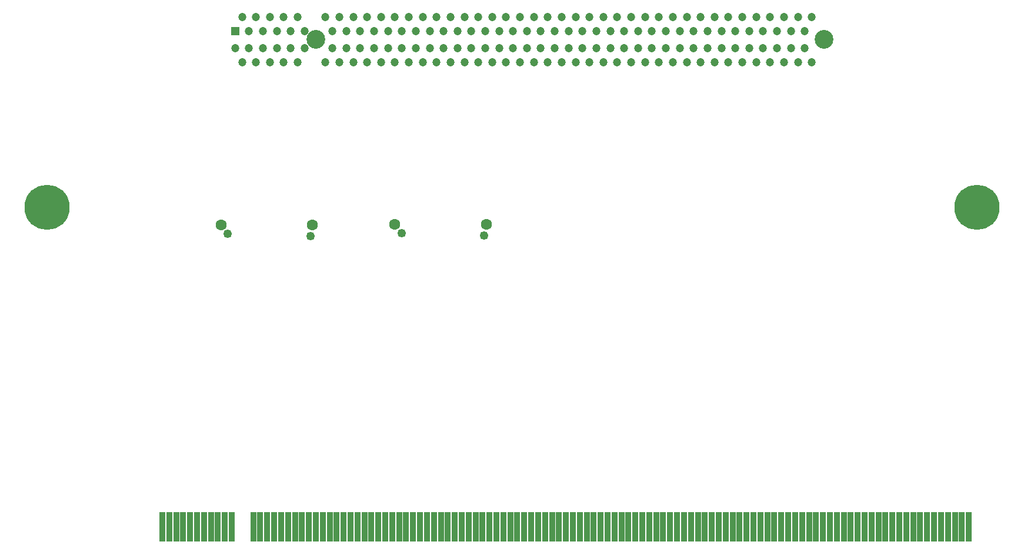
<source format=gbr>
%TF.GenerationSoftware,KiCad,Pcbnew,(5.1.5)-3*%
%TF.CreationDate,2022-01-08T01:18:32+01:00*%
%TF.ProjectId,Riser Leopard 2OU PCIe x16 2xOculink,52697365-7220-44c6-956f-706172642032,rev?*%
%TF.SameCoordinates,PX459e440PY54cbc38*%
%TF.FileFunction,Soldermask,Bot*%
%TF.FilePolarity,Negative*%
%FSLAX46Y46*%
G04 Gerber Fmt 4.6, Leading zero omitted, Abs format (unit mm)*
G04 Created by KiCad (PCBNEW (5.1.5)-3) date 2022-01-08 01:18:32*
%MOMM*%
%LPD*%
G04 APERTURE LIST*
%ADD10C,0.900000*%
%ADD11C,6.500000*%
%ADD12R,0.900000X4.300000*%
%ADD13C,2.700000*%
%ADD14R,1.200000X1.200000*%
%ADD15C,1.200000*%
%ADD16C,1.600000*%
%ADD17C,1.250000*%
G04 APERTURE END LIST*
D10*
%TO.C,H1*%
X1697056Y1697056D03*
X0Y2400000D03*
X-1697056Y1697056D03*
X-2400000Y0D03*
X-1697056Y-1697056D03*
X0Y-2400000D03*
X1697056Y-1697056D03*
X2400000Y0D03*
D11*
X0Y0D03*
%TD*%
%TO.C,H2*%
X133900000Y0D03*
D10*
X136300000Y0D03*
X135597056Y-1697056D03*
X133900000Y-2400000D03*
X132202944Y-1697056D03*
X131500000Y0D03*
X132202944Y1697056D03*
X133900000Y2400000D03*
X135597056Y1697056D03*
%TD*%
D12*
%TO.C,J1*%
X29700000Y-46085000D03*
X16600000Y-46085000D03*
X17600000Y-46085000D03*
X18600000Y-46085000D03*
X19600000Y-46085000D03*
X20600000Y-46085000D03*
X21600000Y-46085000D03*
X22600000Y-46085000D03*
X23600000Y-46085000D03*
X24600000Y-46085000D03*
X25600000Y-46085000D03*
X26600000Y-46085000D03*
X30700000Y-46085000D03*
X31700000Y-46085000D03*
X32700000Y-46085000D03*
X33700000Y-46085000D03*
X34700000Y-46085000D03*
X35700000Y-46085000D03*
X36700000Y-46085000D03*
X37700000Y-46085000D03*
X38700000Y-46085000D03*
X39700000Y-46085000D03*
X40700000Y-46085000D03*
X41700000Y-46085000D03*
X42700000Y-46085000D03*
X43700000Y-46085000D03*
X44700000Y-46085000D03*
X45700000Y-46085000D03*
X46700000Y-46085000D03*
X47700000Y-46085000D03*
X48700000Y-46085000D03*
X49700000Y-46085000D03*
X50700000Y-46085000D03*
X51700000Y-46085000D03*
X52700000Y-46085000D03*
X53700000Y-46085000D03*
X54700000Y-46085000D03*
X55700000Y-46085000D03*
X56700000Y-46085000D03*
X57700000Y-46085000D03*
X58700000Y-46085000D03*
X59700000Y-46085000D03*
X60700000Y-46085000D03*
X61700000Y-46085000D03*
X62700000Y-46085000D03*
X63700000Y-46085000D03*
X64700000Y-46085000D03*
X65700000Y-46085000D03*
X66700000Y-46085000D03*
X67700000Y-46085000D03*
X68700000Y-46085000D03*
X69700000Y-46085000D03*
X70700000Y-46085000D03*
X71700000Y-46085000D03*
X72700000Y-46085000D03*
X73700000Y-46085000D03*
X74700000Y-46085000D03*
X75700000Y-46085000D03*
X76700000Y-46085000D03*
X77700000Y-46085000D03*
X78700000Y-46085000D03*
X79700000Y-46085000D03*
X80700000Y-46085000D03*
X81700000Y-46085000D03*
X82700000Y-46085000D03*
X83700000Y-46085000D03*
X84700000Y-46085000D03*
X85700000Y-46085000D03*
X86700000Y-46085000D03*
X87700000Y-46085000D03*
X88700000Y-46085000D03*
X89700000Y-46085000D03*
X90700000Y-46085000D03*
X91700000Y-46085000D03*
X92700000Y-46085000D03*
X93700000Y-46085000D03*
X94700000Y-46085000D03*
X95700000Y-46085000D03*
X96700000Y-46085000D03*
X97700000Y-46085000D03*
X98700000Y-46085000D03*
X99700000Y-46085000D03*
X100700000Y-46085000D03*
X101700000Y-46085000D03*
X102700000Y-46085000D03*
X103700000Y-46085000D03*
X104700000Y-46085000D03*
X105700000Y-46085000D03*
X106700000Y-46085000D03*
X107700000Y-46085000D03*
X108700000Y-46085000D03*
X109700000Y-46085000D03*
X110700000Y-46085000D03*
X111700000Y-46085000D03*
X112700000Y-46085000D03*
X113700000Y-46085000D03*
X114700000Y-46085000D03*
X115700000Y-46085000D03*
X116700000Y-46085000D03*
X117700000Y-46085000D03*
X118700000Y-46085000D03*
X119700000Y-46085000D03*
X120700000Y-46085000D03*
X121700000Y-46085000D03*
X122700000Y-46085000D03*
X123700000Y-46085000D03*
X124700000Y-46085000D03*
X125700000Y-46085000D03*
X126700000Y-46085000D03*
X127700000Y-46085000D03*
X128700000Y-46085000D03*
X129700000Y-46085000D03*
X130700000Y-46085000D03*
X131700000Y-46085000D03*
X132700000Y-46085000D03*
%TD*%
D13*
%TO.C,J2*%
X38740000Y24165000D03*
X111890000Y24165000D03*
D14*
X27090000Y25415000D03*
D15*
X28090000Y27415000D03*
X29090000Y25415000D03*
X30090000Y27415000D03*
X31090000Y25415000D03*
X32090000Y27415000D03*
X33090000Y25415000D03*
X34090000Y27415000D03*
X35090000Y25415000D03*
X36090000Y27415000D03*
X37090000Y25415000D03*
X40090000Y27415000D03*
X41090000Y25415000D03*
X42090000Y27415000D03*
X43090000Y25415000D03*
X44090000Y27415000D03*
X45090000Y25415000D03*
X46090000Y27415000D03*
X47090000Y25415000D03*
X48090000Y27415000D03*
X49090000Y25415000D03*
X50090000Y27415000D03*
X51090000Y25415000D03*
X52090000Y27415000D03*
X53090000Y25415000D03*
X54090000Y27415000D03*
X55090000Y25415000D03*
X56090000Y27415000D03*
X57090000Y25415000D03*
X58090000Y27415000D03*
X59090000Y25415000D03*
X60090000Y27415000D03*
X61090000Y25415000D03*
X62090000Y27415000D03*
X63090000Y25415000D03*
X64090000Y27415000D03*
X65090000Y25415000D03*
X66090000Y27415000D03*
X67090000Y25415000D03*
X68090000Y27415000D03*
X69090000Y25415000D03*
X70090000Y27415000D03*
X71090000Y25415000D03*
X72090000Y27415000D03*
X73090000Y25415000D03*
X74090000Y27415000D03*
X75090000Y25415000D03*
X76090000Y27415000D03*
X77090000Y25415000D03*
X78090000Y27415000D03*
X79090000Y25415000D03*
X80090000Y27415000D03*
X81090000Y25415000D03*
X82090000Y27415000D03*
X83090000Y25415000D03*
X84090000Y27415000D03*
X85090000Y25415000D03*
X86090000Y27415000D03*
X87090000Y25415000D03*
X88090000Y27415000D03*
X89090000Y25415000D03*
X90090000Y27415000D03*
X91090000Y25415000D03*
X92090000Y27415000D03*
X93090000Y25415000D03*
X94090000Y27415000D03*
X95090000Y25415000D03*
X96090000Y27415000D03*
X97090000Y25415000D03*
X98090000Y27415000D03*
X99090000Y25415000D03*
X100090000Y27415000D03*
X101090000Y25415000D03*
X102090000Y27415000D03*
X103090000Y25415000D03*
X104090000Y27415000D03*
X105090000Y25415000D03*
X106090000Y27415000D03*
X107090000Y25415000D03*
X108090000Y27415000D03*
X109090000Y25415000D03*
X27090000Y22915000D03*
X28090000Y20915000D03*
X29090000Y22915000D03*
X30090000Y20915000D03*
X31090000Y22915000D03*
X32090000Y20915000D03*
X33090000Y22915000D03*
X34090000Y20915000D03*
X35090000Y22915000D03*
X36090000Y20915000D03*
X37090000Y22915000D03*
X40090000Y20915000D03*
X41090000Y22915000D03*
X42090000Y20915000D03*
X43090000Y22915000D03*
X44090000Y20915000D03*
X45090000Y22915000D03*
X46090000Y20915000D03*
X47090000Y22915000D03*
X48090000Y20915000D03*
X49090000Y22915000D03*
X50090000Y20915000D03*
X51090000Y22915000D03*
X52090000Y20915000D03*
X53090000Y22915000D03*
X54090000Y20915000D03*
X55090000Y22915000D03*
X56090000Y20915000D03*
X57090000Y22915000D03*
X58090000Y20915000D03*
X59090000Y22915000D03*
X61090000Y22915000D03*
X62090000Y20915000D03*
X63090000Y22915000D03*
X64090000Y20915000D03*
X65090000Y22915000D03*
X66090000Y20915000D03*
X67090000Y22915000D03*
X68090000Y20915000D03*
X69090000Y22915000D03*
X70090000Y20915000D03*
X71090000Y22915000D03*
X72090000Y20915000D03*
X73090000Y22915000D03*
X74090000Y20915000D03*
X75090000Y22915000D03*
X76090000Y20915000D03*
X77090000Y22915000D03*
X78090000Y20915000D03*
X79090000Y22915000D03*
X80090000Y20915000D03*
X81090000Y22915000D03*
X82090000Y20915000D03*
X83090000Y22915000D03*
X84090000Y20915000D03*
X85090000Y22915000D03*
X86090000Y20915000D03*
X87090000Y22915000D03*
X88090000Y20915000D03*
X89090000Y22915000D03*
X90090000Y20915000D03*
X91090000Y22915000D03*
X92090000Y20915000D03*
X93090000Y22915000D03*
X94090000Y20915000D03*
X95090000Y22915000D03*
X96090000Y20915000D03*
X97090000Y22915000D03*
X98090000Y20915000D03*
X99090000Y22915000D03*
X100090000Y20915000D03*
X101090000Y22915000D03*
X102090000Y20915000D03*
X103090000Y22915000D03*
X104090000Y20915000D03*
X105090000Y22915000D03*
X106090000Y20915000D03*
X107090000Y22915000D03*
X108090000Y20915000D03*
X109090000Y22915000D03*
X60090000Y20915000D03*
X110090000Y27415000D03*
X110090000Y20915000D03*
%TD*%
D16*
%TO.C,J3*%
X50070000Y-2470000D03*
X63230000Y-2470000D03*
D17*
X51030000Y-3730000D03*
X62930000Y-4090000D03*
%TD*%
%TO.C,J4*%
X37930000Y-4150000D03*
X26030000Y-3790000D03*
D16*
X38230000Y-2530000D03*
X25070000Y-2530000D03*
%TD*%
M02*

</source>
